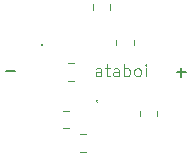
<source format=gbr>
%TF.GenerationSoftware,KiCad,Pcbnew,9.0.5*%
%TF.CreationDate,2025-10-30T23:13:02+01:00*%
%TF.ProjectId,bms_18650,626d735f-3138-4363-9530-2e6b69636164,rev?*%
%TF.SameCoordinates,Original*%
%TF.FileFunction,Legend,Top*%
%TF.FilePolarity,Positive*%
%FSLAX46Y46*%
G04 Gerber Fmt 4.6, Leading zero omitted, Abs format (unit mm)*
G04 Created by KiCad (PCBNEW 9.0.5) date 2025-10-30 23:13:02*
%MOMM*%
%LPD*%
G01*
G04 APERTURE LIST*
%ADD10C,0.200000*%
%ADD11C,0.100000*%
%ADD12C,0.120000*%
G04 APERTURE END LIST*
D10*
X142409880Y-99897694D02*
X143171785Y-99897694D01*
X156868577Y-100018739D02*
X157630482Y-100018739D01*
X157249529Y-100399692D02*
X157249529Y-99637787D01*
D11*
X150496852Y-100355996D02*
X150496852Y-99832186D01*
X150496852Y-99832186D02*
X150449233Y-99736948D01*
X150449233Y-99736948D02*
X150353995Y-99689329D01*
X150353995Y-99689329D02*
X150163519Y-99689329D01*
X150163519Y-99689329D02*
X150068281Y-99736948D01*
X150496852Y-100308377D02*
X150401614Y-100355996D01*
X150401614Y-100355996D02*
X150163519Y-100355996D01*
X150163519Y-100355996D02*
X150068281Y-100308377D01*
X150068281Y-100308377D02*
X150020662Y-100213138D01*
X150020662Y-100213138D02*
X150020662Y-100117900D01*
X150020662Y-100117900D02*
X150068281Y-100022662D01*
X150068281Y-100022662D02*
X150163519Y-99975043D01*
X150163519Y-99975043D02*
X150401614Y-99975043D01*
X150401614Y-99975043D02*
X150496852Y-99927424D01*
X150830186Y-99689329D02*
X151211138Y-99689329D01*
X150973043Y-99355996D02*
X150973043Y-100213138D01*
X150973043Y-100213138D02*
X151020662Y-100308377D01*
X151020662Y-100308377D02*
X151115900Y-100355996D01*
X151115900Y-100355996D02*
X151211138Y-100355996D01*
X151973043Y-100355996D02*
X151973043Y-99832186D01*
X151973043Y-99832186D02*
X151925424Y-99736948D01*
X151925424Y-99736948D02*
X151830186Y-99689329D01*
X151830186Y-99689329D02*
X151639710Y-99689329D01*
X151639710Y-99689329D02*
X151544472Y-99736948D01*
X151973043Y-100308377D02*
X151877805Y-100355996D01*
X151877805Y-100355996D02*
X151639710Y-100355996D01*
X151639710Y-100355996D02*
X151544472Y-100308377D01*
X151544472Y-100308377D02*
X151496853Y-100213138D01*
X151496853Y-100213138D02*
X151496853Y-100117900D01*
X151496853Y-100117900D02*
X151544472Y-100022662D01*
X151544472Y-100022662D02*
X151639710Y-99975043D01*
X151639710Y-99975043D02*
X151877805Y-99975043D01*
X151877805Y-99975043D02*
X151973043Y-99927424D01*
X152449234Y-100355996D02*
X152449234Y-99355996D01*
X152449234Y-99736948D02*
X152544472Y-99689329D01*
X152544472Y-99689329D02*
X152734948Y-99689329D01*
X152734948Y-99689329D02*
X152830186Y-99736948D01*
X152830186Y-99736948D02*
X152877805Y-99784567D01*
X152877805Y-99784567D02*
X152925424Y-99879805D01*
X152925424Y-99879805D02*
X152925424Y-100165519D01*
X152925424Y-100165519D02*
X152877805Y-100260757D01*
X152877805Y-100260757D02*
X152830186Y-100308377D01*
X152830186Y-100308377D02*
X152734948Y-100355996D01*
X152734948Y-100355996D02*
X152544472Y-100355996D01*
X152544472Y-100355996D02*
X152449234Y-100308377D01*
X153496853Y-100355996D02*
X153401615Y-100308377D01*
X153401615Y-100308377D02*
X153353996Y-100260757D01*
X153353996Y-100260757D02*
X153306377Y-100165519D01*
X153306377Y-100165519D02*
X153306377Y-99879805D01*
X153306377Y-99879805D02*
X153353996Y-99784567D01*
X153353996Y-99784567D02*
X153401615Y-99736948D01*
X153401615Y-99736948D02*
X153496853Y-99689329D01*
X153496853Y-99689329D02*
X153639710Y-99689329D01*
X153639710Y-99689329D02*
X153734948Y-99736948D01*
X153734948Y-99736948D02*
X153782567Y-99784567D01*
X153782567Y-99784567D02*
X153830186Y-99879805D01*
X153830186Y-99879805D02*
X153830186Y-100165519D01*
X153830186Y-100165519D02*
X153782567Y-100260757D01*
X153782567Y-100260757D02*
X153734948Y-100308377D01*
X153734948Y-100308377D02*
X153639710Y-100355996D01*
X153639710Y-100355996D02*
X153496853Y-100355996D01*
X154258758Y-100355996D02*
X154258758Y-99689329D01*
X154258758Y-99355996D02*
X154211139Y-99403615D01*
X154211139Y-99403615D02*
X154258758Y-99451234D01*
X154258758Y-99451234D02*
X154306377Y-99403615D01*
X154306377Y-99403615D02*
X154258758Y-99355996D01*
X154258758Y-99355996D02*
X154258758Y-99451234D01*
D12*
%TO.C,R5*%
X153765000Y-103272936D02*
X153765000Y-103727064D01*
X155235000Y-103272936D02*
X155235000Y-103727064D01*
%TO.C,R3*%
X151765000Y-97727064D02*
X151765000Y-97272936D01*
X153235000Y-97727064D02*
X153235000Y-97272936D01*
%TO.C,C1*%
X148223752Y-99265000D02*
X147701248Y-99265000D01*
X148223752Y-100735000D02*
X147701248Y-100735000D01*
%TO.C,R_SEN1*%
X147727064Y-103265000D02*
X147272936Y-103265000D01*
X147727064Y-104735000D02*
X147272936Y-104735000D01*
D10*
%TO.C,IC2*%
X145500000Y-97650000D02*
X145500000Y-97650000D01*
X145500000Y-97750000D02*
X145500000Y-97750000D01*
X145500000Y-97750000D02*
X145500000Y-97750000D01*
X145500000Y-97650000D02*
G75*
G02*
X145500000Y-97750000I0J-50000D01*
G01*
X145500000Y-97650000D02*
G75*
G02*
X145500000Y-97750000I0J-50000D01*
G01*
X145500000Y-97750000D02*
G75*
G02*
X145500000Y-97650000I0J50000D01*
G01*
D12*
%TO.C,R4*%
X149765000Y-94727064D02*
X149765000Y-94272936D01*
X151235000Y-94727064D02*
X151235000Y-94272936D01*
D11*
%TO.C,IC1*%
X150125000Y-102400000D02*
X150125000Y-102400000D01*
X150125000Y-102500000D02*
X150125000Y-102500000D01*
X150125000Y-102400000D02*
G75*
G02*
X150125000Y-102500000I0J-50000D01*
G01*
X150125000Y-102500000D02*
G75*
G02*
X150125000Y-102400000I0J50000D01*
G01*
D12*
%TO.C,C2*%
X148701248Y-105265000D02*
X149223752Y-105265000D01*
X148701248Y-106735000D02*
X149223752Y-106735000D01*
%TD*%
M02*

</source>
